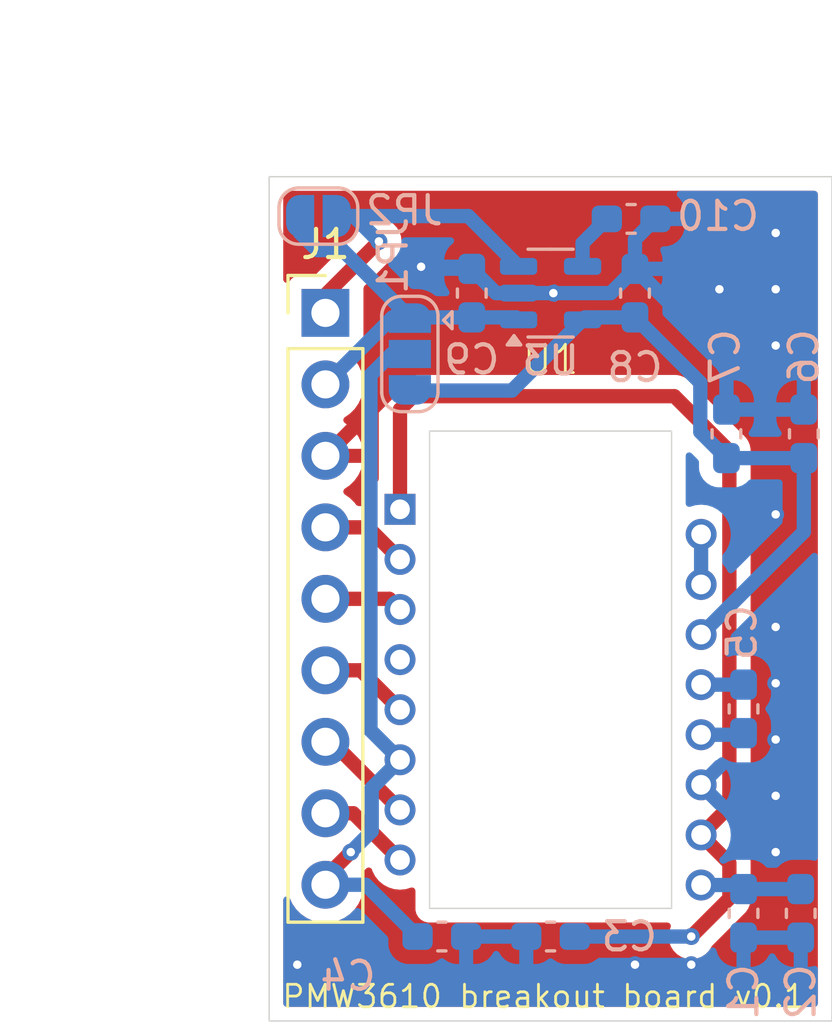
<source format=kicad_pcb>
(kicad_pcb (version 20240108) (generator "pcbnew") (generator_version "8.0")
  (layers (0 "F.Cu" signal) (31 "B.Cu" signal) (34 "B.Paste" user) (35 "F.Paste" user) (36 "B.SilkS" user "B.Silkscreen") (37 "F.SilkS" user "F.Silkscreen") (38 "B.Mask" user) (39 "F.Mask" user) (44 "Edge.Cuts" user))
  (net 0 "")
  (net 1 "GND")
  (net 2 "+1V8")
  (net 3 "/VIN")
  (net 4 "Net-(U3-Cs)")
  (net 5 "/VDDIO")
  (net 6 "/SDIO")
  (net 7 "Net-(U1-CN)")
  (net 9 "/NCS")
  (net 10 "Net-(U1-CP)")
  (net 11 "Net-(U1-VCP)")
  (net 12 "/SCLK")
  (net 13 "Net-(U1--VCSEL)")
  (net 14 "/MOTION")
  (net 15 "/NRESET")
  (net 16 "Net-(U1-+VCSEL)")
  (net 17 "/REG_EN")
  (footprint "Connector_PinHeader_2.54mm:PinHeader_1x09_P2.54mm_Vertical" (layer "F.Cu") (at 102 54.84)
    (property "Reference" "J1" (at 0 -2.44 0) (layer "F.SilkS"))
    (property "Value" "Conn_01x09" (hide yes))
    (fp_line (start -1.33 -1.33) (end 0 -1.33) (stroke (width 0.12)) (layer "F.SilkS"))
    (fp_line (start -1.33 0) (end -1.33 -1.33) (stroke (width 0.12)) (layer "F.SilkS"))
    (fp_line (start -1.33 1.27) (end -1.33 21.65) (stroke (width 0.12)) (layer "F.SilkS"))
    (fp_line (start -1.33 1.27) (end 1.33 1.27) (stroke (width 0.12)) (layer "F.SilkS"))
    (fp_line (start -1.33 21.65) (end 1.33 21.65) (stroke (width 0.12)) (layer "F.SilkS"))
    (fp_line (start 1.33 1.27) (end 1.33 21.65) (stroke (width 0.12)) (layer "F.SilkS"))
    (pad "1" thru_hole rect (at 0 0) (size 1.7 1.7) (drill 1) (layers "*.Cu" "*.Mask") (net 17 "/REG_EN"))
    (pad "2" thru_hole oval (at 0 2.54) (size 1.7 1.7) (drill 1) (layers "*.Cu" "*.Mask") (net 3 "/VIN"))
    (pad "3" thru_hole oval (at 0 5.08) (size 1.7 1.7) (drill 1) (layers "*.Cu" "*.Mask") (net 1 "GND"))
    (pad "4" thru_hole oval (at 0 7.62) (size 1.7 1.7) (drill 1) (layers "*.Cu" "*.Mask") (net 6 "/SDIO"))
    (pad "5" thru_hole oval (at 0 10.16) (size 1.7 1.7) (drill 1) (layers "*.Cu" "*.Mask") (net 12 "/SCLK"))
    (pad "6" thru_hole oval (at 0 12.7) (size 1.7 1.7) (drill 1) (layers "*.Cu" "*.Mask") (net 9 "/NCS"))
    (pad "7" thru_hole oval (at 0 15.24) (size 1.7 1.7) (drill 1) (layers "*.Cu" "*.Mask") (net 15 "/NRESET"))
    (pad "8" thru_hole oval (at 0 17.78) (size 1.7 1.7) (drill 1) (layers "*.Cu" "*.Mask") (net 14 "/MOTION"))
    (pad "9" thru_hole oval (at 0 20.32) (size 1.7 1.7) (drill 1) (layers "*.Cu" "*.Mask") (net 5 "/VDDIO"))
  )
  (footprint "pmw3610:PMW3610DM-SUDU" (layer "F.Cu") (at 110 65)
    (property "Reference" "U1" (at 0 -8.5 0) (layer "F.SilkS") (effects (font (thickness 0.1))))
    (property "Value" "PMW3610DM-SUDU")
    (fp_rect (start -4.3 -5.96) (end 4.3 11) (stroke (width 0.05)) (fill none) (layer "Edge.Cuts"))
    (pad "1" thru_hole rect (at -5.35 -3.18 90) (size 1.1 1.1) (drill 0.7) (layers "*.Cu" "*.Mask") (net 16 "Net-(U1-+VCSEL)"))
    (pad "2" thru_hole circle (at -5.35 -1.4 90) (size 1.1 1.1) (drill 0.7) (layers "*.Cu" "*.Mask") (net 6 "/SDIO"))
    (pad "3" thru_hole circle (at -5.35 0.38 90) (size 1.1 1.1) (drill 0.7) (layers "*.Cu" "*.Mask") (net 12 "/SCLK"))
    (pad "4" thru_hole circle (at -5.35 2.16 90) (size 1.1 1.1) (drill 0.7) (layers "*.Cu" "*.Mask"))
    (pad "5" thru_hole circle (at -5.35 3.94 90) (size 1.1 1.1) (drill 0.7) (layers "*.Cu" "*.Mask") (net 9 "/NCS"))
    (pad "6" thru_hole circle (at -5.35 5.72 90) (size 1.1 1.1) (drill 0.7) (layers "*.Cu" "*.Mask") (net 5 "/VDDIO"))
    (pad "7" thru_hole circle (at -5.35 7.5 90) (size 1.1 1.1) (drill 0.7) (layers "*.Cu" "*.Mask") (net 15 "/NRESET"))
    (pad "8" thru_hole circle (at -5.35 9.28 90) (size 1.1 1.1) (drill 0.7) (layers "*.Cu" "*.Mask") (net 14 "/MOTION"))
    (pad "9" thru_hole circle (at 5.35 10.17 90) (size 1.1 1.1) (drill 0.7) (layers "*.Cu" "*.Mask") (net 11 "Net-(U1-VCP)"))
    (pad "10" thru_hole circle (at 5.35 8.39 90) (size 1.1 1.1) (drill 0.7) (layers "*.Cu" "*.Mask") (net 16 "Net-(U1-+VCSEL)"))
    (pad "11" thru_hole circle (at 5.35 6.61 90) (size 1.1 1.1) (drill 0.7) (layers "*.Cu" "*.Mask") (net 1 "GND"))
    (pad "12" thru_hole circle (at 5.35 4.83 90) (size 1.1 1.1) (drill 0.7) (layers "*.Cu" "*.Mask") (net 10 "Net-(U1-CP)"))
    (pad "13" thru_hole circle (at 5.35 3.05 90) (size 1.1 1.1) (drill 0.7) (layers "*.Cu" "*.Mask") (net 7 "Net-(U1-CN)"))
    (pad "14" thru_hole circle (at 5.35 1.27 90) (size 1.1 1.1) (drill 0.7) (layers "*.Cu" "*.Mask") (net 2 "+1V8"))
    (pad "15" thru_hole circle (at 5.35 -0.51 90) (size 1.1 1.1) (drill 0.7) (layers "*.Cu" "*.Mask") (net 13 "Net-(U1--VCSEL)"))
    (pad "16" thru_hole circle (at 5.35 -2.29 90) (size 1.1 1.1) (drill 0.7) (layers "*.Cu" "*.Mask") (net 13 "Net-(U1--VCSEL)"))
  )
  (footprint "Capacitor_SMD:C_0603_1608Metric_Pad1.08x0.95mm_HandSolder" (layer "B.Cu") (at 116.858 68.9105 -90)
    (property "Reference" "C5" (at -2.7105 0.058 90) (layer "B.SilkS") (effects (justify mirror)))
    (property "Value" "100nF")
    (fp_line (start 0.146267 0.51) (end -0.146267 0.51) (stroke (width 0.12)) (layer "B.SilkS"))
    (fp_line (start 0.146267 -0.51) (end -0.146267 -0.51) (stroke (width 0.12)) (layer "B.SilkS"))
    (pad "1" smd roundrect (at -0.8625 0 270) (size 1.075 0.95) (layers "B.Cu" "B.Paste" "B.Mask") (net 7 "Net-(U1-CN)"))
    (pad "2" smd roundrect (at 0.8625 0 270) (size 1.075 0.95) (layers "B.Cu" "B.Paste" "B.Mask") (net 10 "Net-(U1-CP)"))
  )
  (footprint "Package_TO_SOT_SMD:SOT-23-5" (layer "B.Cu") (at 110 54.1375)
    (property "Reference" "U3" (at 0 2.4 0) (layer "B.SilkS") (effects (justify mirror)))
    (property "Value" "NJM12877x18" (hide yes))
    (fp_line (start -0.8 -1.56) (end 0 -1.56) (stroke (width 0.12)) (layer "B.SilkS"))
    (fp_line (start -0.8 1.56) (end 0 1.56) (stroke (width 0.12)) (layer "B.SilkS"))
    (fp_line (start 0.8 -1.56) (end 0 -1.56) (stroke (width 0.12)) (layer "B.SilkS"))
    (fp_line (start 0.8 1.56) (end 0 1.56) (stroke (width 0.12)) (layer "B.SilkS"))
    (fp_poly (pts (xy -1.3 1.51) (xy -1.54 1.84) (xy -1.06 1.84) (xy -1.3 1.51)) (stroke (width 0.12)) (fill solid) (layer "B.SilkS"))
    (pad "1" smd roundrect (at -1.1375 0.95) (size 1.325 0.6) (layers "B.Cu" "B.Paste" "B.Mask") (net 3 "/VIN"))
    (pad "2" smd roundrect (at -1.1375 0) (size 1.325 0.6) (layers "B.Cu" "B.Paste" "B.Mask") (net 1 "GND"))
    (pad "3" smd roundrect (at -1.1375 -0.95) (size 1.325 0.6) (layers "B.Cu" "B.Paste" "B.Mask") (net 17 "/REG_EN"))
    (pad "4" smd roundrect (at 1.1375 -0.95) (size 1.325 0.6) (layers "B.Cu" "B.Paste" "B.Mask") (net 4 "Net-(U3-Cs)"))
    (pad "5" smd roundrect (at 1.1375 0.95) (size 1.325 0.6) (layers "B.Cu" "B.Paste" "B.Mask") (net 2 "+1V8"))
  )
  (footprint "Capacitor_SMD:C_0603_1608Metric_Pad1.08x0.95mm_HandSolder" (layer "B.Cu") (at 110 77 180)
    (property "Reference" "C3" (at -2.8 0 0) (layer "B.SilkS") (effects (justify mirror)))
    (property "Value" "10nF")
    (fp_line (start 0.146267 0.51) (end -0.146267 0.51) (stroke (width 0.12)) (layer "B.SilkS"))
    (fp_line (start 0.146267 -0.51) (end -0.146267 -0.51) (stroke (width 0.12)) (layer "B.SilkS"))
    (pad "1" smd roundrect (at -0.8625 0 180) (size 1.075 0.95) (layers "B.Cu" "B.Paste" "B.Mask") (net 16 "Net-(U1-+VCSEL)"))
    (pad "2" smd roundrect (at 0.8625 0 180) (size 1.075 0.95) (layers "B.Cu" "B.Paste" "B.Mask") (net 1 "GND"))
  )
  (footprint "Capacitor_SMD:C_0603_1608Metric_Pad1.08x0.95mm_HandSolder" (layer "B.Cu") (at 106.1375 77)
    (property "Reference" "C4" (at -3.3375 1.4 0) (layer "B.SilkS") (effects (justify mirror)))
    (property "Value" "100nF")
    (fp_line (start 0.146267 -0.51) (end -0.146267 -0.51) (stroke (width 0.12)) (layer "B.SilkS"))
    (fp_line (start 0.146267 0.51) (end -0.146267 0.51) (stroke (width 0.12)) (layer "B.SilkS"))
    (pad "1" smd roundrect (at -0.8625 0) (size 1.075 0.95) (layers "B.Cu" "B.Paste" "B.Mask") (net 5 "/VDDIO"))
    (pad "2" smd roundrect (at 0.8625 0) (size 1.075 0.95) (layers "B.Cu" "B.Paste" "B.Mask") (net 1 "GND"))
  )
  (footprint "Jumper:SolderJumper-3_P1.3mm_Open_RoundedPad1.0x1.5mm" (layer "B.Cu") (at 105 56.3 -90)
    (property "Reference" "JP1" (at -3.5 0.6 90) (layer "B.SilkS") (effects (justify mirror)))
    (property "Value" "SolderJumper_3_Open" (hide yes))
    (fp_line (start 1.4 1) (end -1.4 1) (stroke (width 0.12)) (layer "B.SilkS"))
    (fp_line (start -2.05 0.3) (end -2.05 -0.3) (stroke (width 0.12)) (layer "B.SilkS"))
    (fp_line (start 2.05 -0.3) (end 2.05 0.3) (stroke (width 0.12)) (layer "B.SilkS"))
    (fp_line (start -1.4 -1) (end 1.4 -1) (stroke (width 0.12)) (layer "B.SilkS"))
    (fp_line (start -1.5 -1.5) (end -1.2 -1.2) (stroke (width 0.12)) (layer "B.SilkS"))
    (fp_line (start -0.9 -1.5) (end -1.2 -1.2) (stroke (width 0.12)) (layer "B.SilkS"))
    (fp_line (start -0.9 -1.5) (end -1.5 -1.5) (stroke (width 0.12)) (layer "B.SilkS"))
    (fp_arc (start -1.35 1) (mid -1.844975 0.794975) (end -2.05 0.3) (stroke (width 0.12)) (layer "B.SilkS"))
    (fp_arc (start 2.05 0.3) (mid 1.844975 0.794975) (end 1.35 1) (stroke (width 0.12)) (layer "B.SilkS"))
    (fp_arc (start -2.05 -0.3) (mid -1.844975 -0.794975) (end -1.35 -1) (stroke (width 0.12)) (layer "B.SilkS"))
    (fp_arc (start 1.35 -1) (mid 1.844975 -0.794975) (end 2.05 -0.3) (stroke (width 0.12)) (layer "B.SilkS"))
    (pad "1" smd custom (at -1.3 0 270) (size 1 0.5) (layers "B.Cu" "B.Mask") (net 3 "/VIN") (options (clearance outline) (anchor rect)) (primitives (gr_circle (center 0 -0.25) (end 0.5 -0.25) (width 0) (fill yes)) (gr_circle (center 0 0.25) (end 0.5 0.25) (width 0) (fill yes)) (gr_poly (pts (xy 0.55 -0.75) (xy 0 -0.75) (xy 0 0.75) (xy 0.55 0.75)) (width 0) (fill yes))))
    (pad "2" smd rect (at 0 0 270) (size 1 1.5) (layers "B.Cu" "B.Mask") (net 5 "/VDDIO"))
    (pad "3" smd custom (at 1.3 0 270) (size 1 0.5) (layers "B.Cu" "B.Mask") (net 2 "+1V8") (options (clearance outline) (anchor rect)) (primitives (gr_circle (center 0 -0.25) (end 0.5 -0.25) (width 0) (fill yes)) (gr_circle (center 0 0.25) (end 0.5 0.25) (width 0) (fill yes)) (gr_poly (pts (xy 0 -0.75) (xy -0.55 -0.75) (xy -0.55 0.75) (xy 0 0.75)) (width 0) (fill yes))))
  )
  (footprint "Capacitor_SMD:C_0603_1608Metric_Pad1.08x0.95mm_HandSolder" (layer "B.Cu") (at 113 54.1375 90)
    (property "Reference" "C8" (at -2.6375 0 0) (layer "B.SilkS") (effects (justify mirror)))
    (property "Value" "0.1uF")
    (fp_line (start 0.146267 -0.51) (end -0.146267 -0.51) (stroke (width 0.12)) (layer "B.SilkS"))
    (fp_line (start 0.146267 0.51) (end -0.146267 0.51) (stroke (width 0.12)) (layer "B.SilkS"))
    (pad "1" smd roundrect (at -0.8625 0 90) (size 1.075 0.95) (layers "B.Cu" "B.Paste" "B.Mask") (net 2 "+1V8"))
    (pad "2" smd roundrect (at 0.8625 0 90) (size 1.075 0.95) (layers "B.Cu" "B.Paste" "B.Mask") (net 1 "GND"))
  )
  (footprint "Capacitor_SMD:C_0603_1608Metric_Pad1.08x0.95mm_HandSolder" (layer "B.Cu") (at 107.2 54.1375 90)
    (property "Reference" "C9" (at -2.3625 0 0) (layer "B.SilkS") (effects (justify mirror)))
    (property "Value" "0.1uF")
    (fp_line (start 0.146267 -0.51) (end -0.146267 -0.51) (stroke (width 0.12)) (layer "B.SilkS"))
    (fp_line (start 0.146267 0.51) (end -0.146267 0.51) (stroke (width 0.12)) (layer "B.SilkS"))
    (pad "1" smd roundrect (at -0.8625 0 90) (size 1.075 0.95) (layers "B.Cu" "B.Paste" "B.Mask") (net 3 "/VIN"))
    (pad "2" smd roundrect (at 0.8625 0 90) (size 1.075 0.95) (layers "B.Cu" "B.Paste" "B.Mask") (net 1 "GND"))
  )
  (footprint "Capacitor_SMD:C_0603_1608Metric_Pad1.08x0.95mm_HandSolder" (layer "B.Cu") (at 116.858 76.176 -90)
    (property "Reference" "C1" (at 2.794 0 90) (layer "B.SilkS") (effects (justify mirror)))
    (property "Value" "10uF")
    (fp_line (start 0.146267 0.51) (end -0.146267 0.51) (stroke (width 0.12)) (layer "B.SilkS"))
    (fp_line (start 0.146267 -0.51) (end -0.146267 -0.51) (stroke (width 0.12)) (layer "B.SilkS"))
    (pad "1" smd roundrect (at -0.8625 0 270) (size 1.075 0.95) (layers "B.Cu" "B.Paste" "B.Mask") (net 11 "Net-(U1-VCP)"))
    (pad "2" smd roundrect (at 0.8625 0 270) (size 1.075 0.95) (layers "B.Cu" "B.Paste" "B.Mask") (net 1 "GND"))
  )
  (footprint "Capacitor_SMD:C_0603_1608Metric_Pad1.08x0.95mm_HandSolder" (layer "B.Cu") (at 112.8625 51.5)
    (property "Reference" "C10" (at 3.0875 -0.1 0) (layer "B.SilkS") (effects (justify mirror)))
    (property "Value" "0.01uF")
    (fp_line (start 0.146267 -0.51) (end -0.146267 -0.51) (stroke (width 0.12)) (layer "B.SilkS"))
    (fp_line (start 0.146267 0.51) (end -0.146267 0.51) (stroke (width 0.12)) (layer "B.SilkS"))
    (pad "1" smd roundrect (at -0.8625 0) (size 1.075 0.95) (layers "B.Cu" "B.Paste" "B.Mask") (net 4 "Net-(U3-Cs)"))
    (pad "2" smd roundrect (at 0.8625 0) (size 1.075 0.95) (layers "B.Cu" "B.Paste" "B.Mask") (net 1 "GND"))
  )
  (footprint "Capacitor_SMD:C_0603_1608Metric_Pad1.08x0.95mm_HandSolder" (layer "B.Cu") (at 119 59.1375 90)
    (property "Reference" "C6" (at 2.7375 0 90) (layer "B.SilkS") (effects (justify mirror)))
    (property "Value" "100nF")
    (fp_line (start 0.146267 -0.51) (end -0.146267 -0.51) (stroke (width 0.12)) (layer "B.SilkS"))
    (fp_line (start 0.146267 0.51) (end -0.146267 0.51) (stroke (width 0.12)) (layer "B.SilkS"))
    (pad "1" smd roundrect (at -0.8625 0 90) (size 1.075 0.95) (layers "B.Cu" "B.Paste" "B.Mask") (net 2 "+1V8"))
    (pad "2" smd roundrect (at 0.8625 0 90) (size 1.075 0.95) (layers "B.Cu" "B.Paste" "B.Mask") (net 1 "GND"))
  )
  (footprint "Jumper:SolderJumper-2_P1.3mm_Open_RoundedPad1.0x1.5mm" (layer "B.Cu") (at 101.75 51.4)
    (property "Reference" "JP2" (at 3.05 -0.2 0) (layer "B.SilkS") (effects (justify mirror)))
    (property "Value" "SolderJumper_2_Open" (hide yes))
    (fp_line (start -1.4 0.3) (end -1.4 -0.3) (stroke (width 0.12)) (layer "B.SilkS"))
    (fp_line (start -0.7 -1) (end 0.7 -1) (stroke (width 0.12)) (layer "B.SilkS"))
    (fp_line (start 0.7 1) (end -0.7 1) (stroke (width 0.12)) (layer "B.SilkS"))
    (fp_line (start 1.4 -0.3) (end 1.4 0.3) (stroke (width 0.12)) (layer "B.SilkS"))
    (fp_arc (start -1.4 -0.3) (mid -1.194975 -0.794975) (end -0.7 -1) (stroke (width 0.12)) (layer "B.SilkS"))
    (fp_arc (start -0.7 1) (mid -1.194975 0.794975) (end -1.4 0.3) (stroke (width 0.12)) (layer "B.SilkS"))
    (fp_arc (start 0.7 -1) (mid 1.194975 -0.794975) (end 1.4 -0.3) (stroke (width 0.12)) (layer "B.SilkS"))
    (fp_arc (start 1.4 0.3) (mid 1.194975 0.794975) (end 0.7 1) (stroke (width 0.12)) (layer "B.SilkS"))
    (pad "1" smd custom (at -0.65 0) (size 1 0.5) (layers "B.Cu" "B.Mask") (net 3 "/VIN") (options (clearance outline) (anchor rect)) (primitives (gr_circle (center 0 -0.25) (end 0.5 -0.25) (width 0) (fill yes)) (gr_circle (center 0 0.25) (end 0.5 0.25) (width 0) (fill yes)) (gr_poly (pts (xy 0.5 -0.75) (xy 0 -0.75) (xy 0 0.75) (xy 0.5 0.75)) (width 0) (fill yes))))
    (pad "2" smd custom (at 0.65 0) (size 1 0.5) (layers "B.Cu" "B.Mask") (net 17 "/REG_EN") (options (clearance outline) (anchor rect)) (primitives (gr_circle (center 0 -0.25) (end 0.5 -0.25) (width 0) (fill yes)) (gr_circle (center 0 0.25) (end 0.5 0.25) (width 0) (fill yes)) (gr_poly (pts (xy 0 -0.75) (xy -0.5 -0.75) (xy -0.5 0.75) (xy 0 0.75)) (width 0) (fill yes))))
  )
  (footprint "Capacitor_SMD:C_0603_1608Metric_Pad1.08x0.95mm_HandSolder" (layer "B.Cu") (at 116.25 59.1375 90)
    (property "Reference" "C7" (at 2.7375 -0.05 90) (layer "B.SilkS") (effects (justify mirror)))
    (property "Value" "3.3uF")
    (fp_line (start 0.146267 -0.51) (end -0.146267 -0.51) (stroke (width 0.12)) (layer "B.SilkS"))
    (fp_line (start 0.146267 0.51) (end -0.146267 0.51) (stroke (width 0.12)) (layer "B.SilkS"))
    (pad "1" smd roundrect (at -0.8625 0 90) (size 1.075 0.95) (layers "B.Cu" "B.Paste" "B.Mask") (net 2 "+1V8"))
    (pad "2" smd roundrect (at 0.8625 0 90) (size 1.075 0.95) (layers "B.Cu" "B.Paste" "B.Mask") (net 1 "GND"))
  )
  (footprint "Capacitor_SMD:C_0603_1608Metric_Pad1.08x0.95mm_HandSolder" (layer "B.Cu") (at 118.89 76.176 -90)
    (property "Reference" "C2" (at 2.794 0 90) (layer "B.SilkS") (effects (justify mirror)))
    (property "Value" "10nF")
    (fp_line (start 0.146267 0.51) (end -0.146267 0.51) (stroke (width 0.12)) (layer "B.SilkS"))
    (fp_line (start 0.146267 -0.51) (end -0.146267 -0.51) (stroke (width 0.12)) (layer "B.SilkS"))
    (pad "1" smd roundrect (at -0.8625 0 270) (size 1.075 0.95) (layers "B.Cu" "B.Paste" "B.Mask") (net 11 "Net-(U1-VCP)"))
    (pad "2" smd roundrect (at 0.8625 0 270) (size 1.075 0.95) (layers "B.Cu" "B.Paste" "B.Mask") (net 1 "GND"))
  )
  (gr_rect (start 100 50) (end 120 80) (stroke (width 0.05)) (fill none) (layer "Edge.Cuts"))
  (gr_text "PMW3610 breakout board v0.1" (at 100.4 79.6 0) (layer "F.SilkS") (effects (font (size 0.8 0.8) (thickness 0.1)) (justify left bottom)))
  (segment (start 102 59.92) (end 105.4 56.52) (width 0.508) (layer "F.Cu") (net 1))
  (segment (start 105.4 56.52) (end 105.4 53.2) (width 0.508) (layer "F.Cu") (net 1))
  (via (at 113 78) (size 0.6) (drill 0.3) (layers "F.Cu" "B.Cu") (net 1))
  (via (at 115 78) (size 0.6) (drill 0.3) (layers "F.Cu" "B.Cu") (net 1))
  (via (at 116 54) (size 0.6) (drill 0.3) (layers "F.Cu" "B.Cu") (net 1))
  (via (at 118 70) (size 0.6) (drill 0.3) (layers "F.Cu" "B.Cu") (net 1))
  (via (at 118 72) (size 0.6) (drill 0.3) (layers "F.Cu" "B.Cu") (net 1))
  (via (at 118 62) (size 0.6) (drill 0.3) (layers "F.Cu" "B.Cu") (net 1))
  (via (at 118 74) (size 0.6) (drill 0.3) (layers "F.Cu" "B.Cu") (net 1))
  (via (at 118 54) (size 0.6) (drill 0.3) (layers "F.Cu" "B.Cu") (net 1))
  (via (at 118 68) (size 0.6) (drill 0.3) (layers "F.Cu" "B.Cu") (net 1))
  (via (at 118 52) (size 0.6) (drill 0.3) (layers "F.Cu" "B.Cu") (net 1))
  (via (at 118 66) (size 0.6) (drill 0.3) (layers "F.Cu" "B.Cu") (net 1))
  (via (at 105.4 53.2) (size 0.6) (drill 0.3) (layers "F.Cu" "B.Cu") (net 1))
  (via (at 118 56) (size 0.6) (drill 0.3) (layers "F.Cu" "B.Cu") (net 1))
  (via (at 110.1 54.1375) (size 0.6) (drill 0.3) (layers "F.Cu" "B.Cu") (net 1))
  (via (at 101 78) (size 0.6) (drill 0.3) (layers "F.Cu" "B.Cu") (net 1))
  (segment (start 116.25 56.525) (end 116.25 58.275) (width 0.508) (layer "B.Cu") (net 1))
  (segment (start 112.1375 54.1375) (end 113 53.275) (width 0.508) (layer "B.Cu") (net 1))
  (segment (start 113 53.275) (end 116.25 56.525) (width 0.508) (layer "B.Cu") (net 1))
  (segment (start 113 52.225) (end 113.725 51.5) (width 0.508) (layer "B.Cu") (net 1))
  (segment (start 115.275 53.275) (end 116 54) (width 0.508) (layer "B.Cu") (net 1))
  (segment (start 107.2 53.275) (end 108.0625 54.1375) (width 0.508) (layer "B.Cu") (net 1))
  (segment (start 116.25 58.275) (end 119 58.275) (width 0.508) (layer "B.Cu") (net 1))
  (segment (start 108.0625 54.1375) (end 108.8625 54.1375) (width 0.508) (layer "B.Cu") (net 1))
  (segment (start 113 53.275) (end 113 52.225) (width 0.508) (layer "B.Cu") (net 1))
  (segment (start 110.1 54.1375) (end 112.1375 54.1375) (width 0.508) (layer "B.Cu") (net 1))
  (segment (start 113 53.275) (end 115.275 53.275) (width 0.508) (layer "B.Cu") (net 1))
  (segment (start 108.8625 54.1375) (end 110.1 54.1375) (width 0.508) (layer "B.Cu") (net 1))
  (segment (start 105.4 53.2) (end 107.125 53.2) (width 0.508) (layer "B.Cu") (net 1))
  (segment (start 113.725 51.5) (end 117.5 51.5) (width 0.508) (layer "B.Cu") (net 1))
  (segment (start 107.125 53.2) (end 107.2 53.275) (width 0.508) (layer "B.Cu") (net 1))
  (segment (start 107 77) (end 109.1375 77) (width 0.508) (layer "B.Cu") (net 1))
  (segment (start 117.5 51.5) (end 118 52) (width 0.508) (layer "B.Cu") (net 1))
  (segment (start 116.858 77.0385) (end 118.89 77.0385) (width 0.508) (layer "B.Cu") (net 1))
  (segment (start 119 60) (end 116.25 60) (width 0.508) (layer "B.Cu") (net 2))
  (segment (start 111.225 55) (end 111.1375 55.0875) (width 0.508) (layer "B.Cu") (net 2))
  (segment (start 116.25 60) (end 115.321 59.071) (width 0.508) (layer "B.Cu") (net 2))
  (segment (start 119 60) (end 119 62.62) (width 0.508) (layer "B.Cu") (net 2))
  (segment (start 105 57.6) (end 108.625 57.6) (width 0.508) (layer "B.Cu") (net 2))
  (segment (start 115.321 59.071) (end 115.321 57.321) (width 0.508) (layer "B.Cu") (net 2))
  (segment (start 119 62.62) (end 115.35 66.27) (width 0.508) (layer "B.Cu") (net 2))
  (segment (start 115.321 57.321) (end 113 55) (width 0.508) (layer "B.Cu") (net 2))
  (segment (start 113 55) (end 111.225 55) (width 0.508) (layer "B.Cu") (net 2))
  (segment (start 108.625 57.6) (end 111.1375 55.0875) (width 0.508) (layer "B.Cu") (net 2))
  (segment (start 105 55) (end 102.609 52.609) (width 0.508) (layer "B.Cu") (net 3))
  (segment (start 104.38 55) (end 105 55) (width 0.508) (layer "B.Cu") (net 3))
  (segment (start 108.775 55) (end 108.8625 55.0875) (width 0.508) (layer "B.Cu") (net 3))
  (segment (start 105 55) (end 108.775 55) (width 0.508) (layer "B.Cu") (net 3))
  (segment (start 102.609 52.609) (end 101.709875 52.609) (width 0.508) (layer "B.Cu") (net 3))
  (segment (start 101.709875 52.609) (end 101.1 51.999125) (width 0.508) (layer "B.Cu") (net 3))
  (segment (start 102 57.38) (end 104.38 55) (width 0.508) (layer "B.Cu") (net 3))
  (segment (start 101.1 51.999125) (end 101.1 51.4) (width 0.508) (layer "B.Cu") (net 3))
  (segment (start 111.1375 52.3625) (end 112 51.5) (width 0.508) (layer "B.Cu") (net 4))
  (segment (start 111.1375 53.1875) (end 111.1375 52.3625) (width 0.508) (layer "B.Cu") (net 4))
  (segment (start 102 74.9) (end 102.9 74) (width 0.508) (layer "F.Cu") (net 5))
  (segment (start 102 75.16) (end 102 74.9) (width 0.508) (layer "F.Cu") (net 5))
  (via (at 102.9 74) (size 0.6) (drill 0.3) (layers "F.Cu" "B.Cu") (net 5))
  (segment (start 102.9 74) (end 103.646 73.254) (width 0.508) (layer "B.Cu") (net 5))
  (segment (start 103.6 69.67) (end 104.65 70.72) (width 0.508) (layer "B.Cu") (net 5))
  (segment (start 103.646 71.724) (end 104.65 70.72) (width 0.508) (layer "B.Cu") (net 5))
  (segment (start 105 56.3) (end 104.350874 56.3) (width 0.508) (layer "B.Cu") (net 5))
  (segment (start 104.350874 56.3) (end 103.6 57.050874) (width 0.508) (layer "B.Cu") (net 5))
  (segment (start 102 75.16) (end 103.435 75.16) (width 0.508) (layer "B.Cu") (net 5))
  (segment (start 103.6 57.050874) (end 103.6 69.67) (width 0.508) (layer "B.Cu") (net 5))
  (segment (start 103.646 73.254) (end 103.646 71.724) (width 0.508) (layer "B.Cu") (net 5))
  (segment (start 103.435 75.16) (end 105.275 77) (width 0.508) (layer "B.Cu") (net 5))
  (segment (start 102 62.46) (end 103.51 62.46) (width 0.508) (layer "F.Cu") (net 6))
  (segment (start 103.51 62.46) (end 104.65 63.6) (width 0.508) (layer "F.Cu") (net 6))
  (segment (start 116.856 68.05) (end 116.858 68.048) (width 0.508) (layer "B.Cu") (net 7))
  (segment (start 115.35 68.05) (end 116.856 68.05) (width 0.508) (layer "B.Cu") (net 7))
  (segment (start 103.25 67.54) (end 104.65 68.94) (width 0.508) (layer "F.Cu") (net 9))
  (segment (start 102 67.54) (end 103.25 67.54) (width 0.508) (layer "F.Cu") (net 9))
  (segment (start 116.801 69.83) (end 116.858 69.773) (width 0.508) (layer "B.Cu") (net 10))
  (segment (start 115.35 69.83) (end 116.801 69.83) (width 0.508) (layer "B.Cu") (net 10))
  (segment (start 116.858 75.3135) (end 118.89 75.3135) (width 0.508) (layer "B.Cu") (net 11))
  (segment (start 115.35 75.17) (end 116.7145 75.17) (width 0.508) (layer "B.Cu") (net 11))
  (segment (start 116.7145 75.17) (end 116.858 75.3135) (width 0.508) (layer "B.Cu") (net 11))
  (segment (start 104.27 65) (end 104.65 65.38) (width 0.508) (layer "F.Cu") (net 12))
  (segment (start 102 65) (end 104.27 65) (width 0.508) (layer "F.Cu") (net 12))
  (segment (start 115.35 62.71) (end 115.35 64.49) (width 0.508) (layer "B.Cu") (net 13))
  (segment (start 102 72.62) (end 102.99 72.62) (width 0.508) (layer "F.Cu") (net 14))
  (segment (start 102.99 72.62) (end 104.65 74.28) (width 0.508) (layer "F.Cu") (net 14))
  (segment (start 102 70.08) (end 102.23 70.08) (width 0.508) (layer "F.Cu") (net 15))
  (segment (start 102.23 70.08) (end 104.65 72.5) (width 0.508) (layer "F.Cu") (net 15))
  (segment (start 115.35 73.39) (end 116.354 72.386) (width 0.508) (layer "F.Cu") (net 16))
  (segment (start 104.65 58.271264) (end 104.65 61.82) (width 0.508) (layer "F.Cu") (net 16))
  (segment (start 114.4 57.8) (end 105.121264 57.8) (width 0.508) (layer "F.Cu") (net 16))
  (segment (start 116.354 74.394) (end 115.35 73.39) (width 0.508) (layer "F.Cu") (net 16))
  (segment (start 105.121264 57.8) (end 104.65 58.271264) (width 0.508) (layer "F.Cu") (net 16))
  (segment (start 116.354 75.646) (end 116.354 74.394) (width 0.508) (layer "F.Cu") (net 16))
  (segment (start 116.354 59.754) (end 114.4 57.8) (width 0.508) (layer "F.Cu") (net 16))
  (segment (start 115 77) (end 116.354 75.646) (width 0.508) (layer "F.Cu") (net 16))
  (segment (start 116.354 72.386) (end 116.354 59.754) (width 0.508) (layer "F.Cu") (net 16))
  (via (at 115 77) (size 0.6) (drill 0.3) (layers "F.Cu" "B.Cu") (net 16))
  (segment (start 110.8625 77) (end 115 77) (width 0.508) (layer "B.Cu") (net 16))
  (segment (start 102 54.2) (end 103.9 52.3) (width 0.508) (layer "F.Cu") (net 17))
  (segment (start 102 54.84) (end 102 54.2) (width 0.508) (layer "F.Cu") (net 17))
  (via (at 103.9 52.3) (size 0.6) (drill 0.3) (layers "F.Cu" "B.Cu") (net 17))
  (segment (start 103 51.4) (end 102.4 51.4) (width 0.508) (layer "B.Cu") (net 17))
  (segment (start 102.4 51.4) (end 107.075 51.4) (width 0.508) (layer "B.Cu") (net 17))
  (segment (start 103.9 52.3) (end 103 51.4) (width 0.508) (layer "B.Cu") (net 17))
  (segment (start 107.075 51.4) (end 108.8625 53.1875) (width 0.508) (layer "B.Cu") (net 17))
  (zone (net 1) (net_name "GND") (layers "F&B.Cu") (connect_pads (clearance 0.5)) (min_thickness 0.25) (fill yes (thermal_gap 0.5) (thermal_bridge_width 0.5))
    (polygon (pts (xy 100.4 50.4) (xy 100.4 79.6) (xy 119.6 79.6) (xy 119.6 50.4)))
  )
)
</source>
